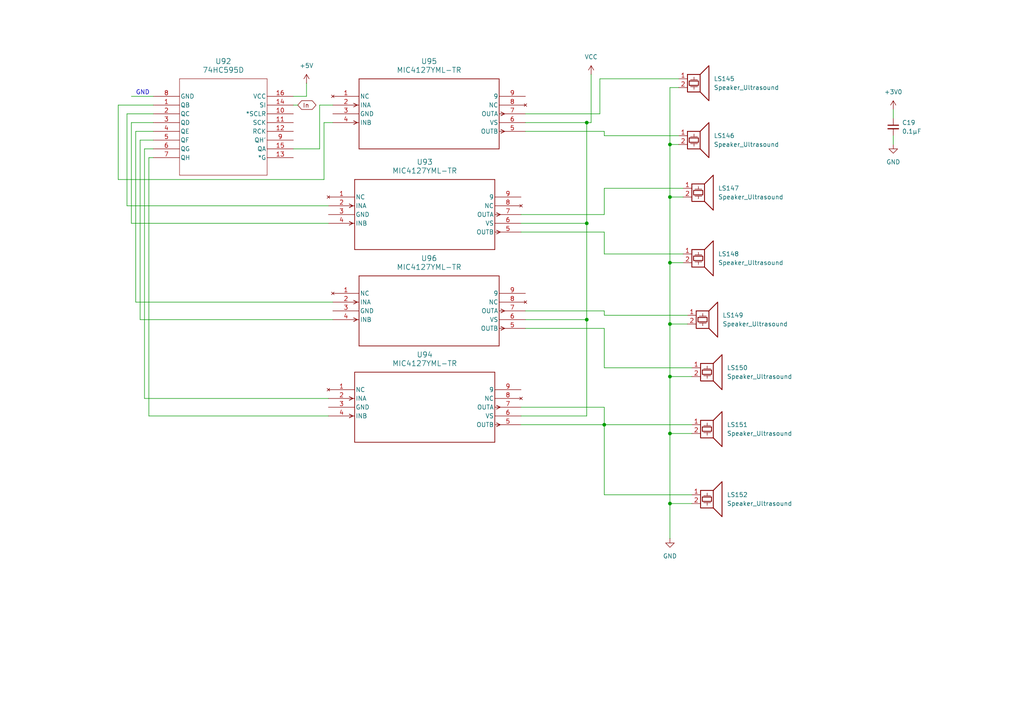
<source format=kicad_sch>
(kicad_sch (version 20250114) (generator "eeschema") (generator_version "9.0")
  (paper "A4")
  (lib_symbols
    (symbol "2025-12-28_09-02-17:MIC4127YML-TR" (pin_names (offset 0.254))
      (property "Reference" "U" (at 27.94 10.16 0))
      (property "Value" "MIC4127YML-TR" (at 27.94 7.62 0))
      (symbol "MIC4127YML-TR_0_1"
        (polyline (pts (xy 7.0993 -2.54) (xy 6.0579 -2.0193)) (stroke (width 0.2032)))
        (polyline (pts (xy 7.0993 -2.54) (xy 6.0579 -3.0607)) (stroke (width 0.2032)))
        (polyline (pts (xy 7.0993 -7.62) (xy 6.0579 -7.0993)) (stroke (width 0.2032)))
        (polyline (pts (xy 7.0993 -7.62) (xy 6.0579 -8.1407)) (stroke (width 0.2032)))
        (polyline (pts (xy 7.62 5.08) (xy 7.62 -15.24)) (stroke (width 0.2032)))
        (polyline (pts (xy 7.62 -15.24) (xy 48.26 -15.24)) (stroke (width 0.2032)))
        (polyline (pts (xy 48.26 5.08) (xy 7.62 5.08)) (stroke (width 0.2032)))
        (polyline (pts (xy 48.26 -15.24) (xy 48.26 5.08)) (stroke (width 0.2032)))
        (polyline (pts (xy 48.7807 -4.5593) (xy 49.8221 -5.08)) (stroke (width 0.2032)))
        (polyline (pts (xy 48.7807 -5.6007) (xy 49.8221 -5.08)) (stroke (width 0.2032)))
        (polyline (pts (xy 48.7807 -9.6393) (xy 49.8221 -10.16)) (stroke (width 0.2032)))
        (polyline (pts (xy 48.7807 -10.6807) (xy 49.8221 -10.16)) (stroke (width 0.2032)))
        (pin no_connect line (at 0 0 0) (length 7.62) (name "NC") (number "1"))
        (pin input line (at 0 -2.54 0) (length 7.62) (name "INA") (number "2"))
        (pin power_in line (at 0 -5.08 0) (length 7.62) (name "GND") (number "3"))
        (pin input line (at 0 -7.62 0) (length 7.62) (name "INB") (number "4"))
        (pin unspecified line (at 55.88 0 180) (length 7.62) (name "9") (number "9"))
        (pin no_connect line (at 55.88 -2.54 180) (length 7.62) (name "NC") (number "8"))
        (pin output line (at 55.88 -5.08 180) (length 7.62) (name "OUTA") (number "7"))
        (pin power_in line (at 55.88 -7.62 180) (length 7.62) (name "VS") (number "6"))
        (pin output line (at 55.88 -10.16 180) (length 7.62) (name "OUTB") (number "5"))
      )
    )
    (symbol "2025-12-28_09-22-42:74HC595D" (pin_names (offset 0.254))
      (property "Reference" "U" (at 20.32 10.16 0))
      (property "Value" "74HC595D" (at 20.32 7.62 0))
      (symbol "74HC595D_0_1"
        (polyline (pts (xy 7.62 5.08) (xy 7.62 -22.86)) (stroke (width 0.127)))
        (polyline (pts (xy 7.62 -22.86) (xy 33.02 -22.86)) (stroke (width 0.127)))
        (polyline (pts (xy 33.02 5.08) (xy 7.62 5.08)) (stroke (width 0.127)))
        (polyline (pts (xy 33.02 -22.86) (xy 33.02 5.08)) (stroke (width 0.127)))
        (pin power_out line (at 0 0 0) (length 7.62) (name "GND") (number "8"))
        (pin output line (at 0 -2.54 0) (length 7.62) (name "QB") (number "1"))
        (pin output line (at 0 -5.08 0) (length 7.62) (name "QC") (number "2"))
        (pin output line (at 0 -7.62 0) (length 7.62) (name "QD") (number "3"))
        (pin output line (at 0 -10.16 0) (length 7.62) (name "QE") (number "4"))
        (pin output line (at 0 -12.7 0) (length 7.62) (name "QF") (number "5"))
        (pin output line (at 0 -15.24 0) (length 7.62) (name "QG") (number "6"))
        (pin output line (at 0 -17.78 0) (length 7.62) (name "QH") (number "7"))
        (pin power_in line (at 40.64 0 180) (length 7.62) (name "VCC") (number "16"))
        (pin input line (at 40.64 -2.54 180) (length 7.62) (name "SI") (number "14"))
        (pin input line (at 40.64 -5.08 180) (length 7.62) (name "*SCLR") (number "10"))
        (pin input line (at 40.64 -7.62 180) (length 7.62) (name "SCK") (number "11"))
        (pin input line (at 40.64 -10.16 180) (length 7.62) (name "RCK") (number "12"))
        (pin output line (at 40.64 -12.7 180) (length 7.62) (name "QH'") (number "9"))
        (pin output line (at 40.64 -15.24 180) (length 7.62) (name "QA") (number "15"))
        (pin input line (at 40.64 -17.78 180) (length 7.62) (name "*G") (number "13"))
      )
    )
    (symbol "Device:C_Small" (pin_numbers (hide yes)) (pin_names (offset 0.254) (hide yes))
      (property "Reference" "C" (at 0.254 1.778 0))
      (property "Value" "C_Small" (at 0.254 -2.032 0))
      (symbol "C_Small_0_1"
        (polyline (pts (xy -1.524 0.508) (xy 1.524 0.508)) (stroke (width 0.3048)))
        (polyline (pts (xy -1.524 -0.508) (xy 1.524 -0.508)) (stroke (width 0.3302)))
      )
      (symbol "C_Small_1_1"
        (pin passive line (at 0 2.54 270) (length 2.032) (name "~") (number "1"))
        (pin passive line (at 0 -2.54 90) (length 2.032) (name "~") (number "2"))
      )
    )
    (symbol "Device:Speaker_Ultrasound" (pin_names (offset 0) (hide yes))
      (property "Reference" "LS" (at 0.635 5.715 0))
      (property "Value" "Speaker_Ultrasound" (at 0.635 3.81 0))
      (symbol "Speaker_Ultrasound_0_0"
        (rectangle (start -2.54 1.27) (end 1.143 -3.81) (stroke (width 0.254)))
        (rectangle (start -2.032 -0.635) (end 0.635 -1.905) (stroke (width 0.254)))
        (polyline (pts (xy -1.651 -0.254) (xy 0.381 -0.254)))
        (polyline (pts (xy -1.651 -2.286) (xy 0.381 -2.286)))
        (polyline (pts (xy -0.635 -0.254) (xy -0.635 0.508)))
        (polyline (pts (xy -0.635 -2.286) (xy -0.635 -3.048)))
        (polyline (pts (xy 1.143 1.27) (xy 3.683 3.81) (xy 3.683 -6.35) (xy 1.143 -3.81)) (stroke (width 0.254)))
      )
      (symbol "Speaker_Ultrasound_1_1"
        (pin input line (at -5.08 0 0) (length 2.54) (name "1") (number "1"))
        (pin input line (at -5.08 -2.54 0) (length 2.54) (name "2") (number "2"))
      )
    )
    (symbol "power:+3V0" (power) (pin_numbers (hide yes)) (pin_names (offset 0) (hide yes))
      (property "Value" "+3V0" (at 0 3.556 0))
      (symbol "+3V0_0_1"
        (polyline (pts (xy -0.762 1.27) (xy 0 2.54)))
        (polyline (pts (xy 0 2.54) (xy 0.762 1.27)))
        (polyline (pts (xy 0 0) (xy 0 2.54)))
      )
      (symbol "+3V0_1_1"
        (pin power_in line (at 0 0 90) (length 0) (name "~") (number "1"))
      )
    )
    (symbol "power:+5V" (power) (pin_numbers (hide yes)) (pin_names (offset 0) (hide yes))
      (property "Value" "+5V" (at 0 3.556 0))
      (symbol "+5V_0_1"
        (polyline (pts (xy -0.762 1.27) (xy 0 2.54)))
        (polyline (pts (xy 0 2.54) (xy 0.762 1.27)))
        (polyline (pts (xy 0 0) (xy 0 2.54)))
      )
      (symbol "+5V_1_1"
        (pin power_in line (at 0 0 90) (length 0) (name "~") (number "1"))
      )
    )
    (symbol "power:GND" (power) (pin_numbers (hide yes)) (pin_names (offset 0) (hide yes))
      (property "Value" "GND" (at 0 -3.81 0))
      (symbol "GND_0_1"
        (polyline (pts (xy 0 0) (xy 0 -1.27) (xy 1.27 -1.27) (xy 0 -2.54) (xy -1.27 -1.27) (xy 0 -1.27)))
      )
      (symbol "GND_1_1"
        (pin power_in line (at 0 0 270) (length 0) (name "~") (number "1"))
      )
    )
    (symbol "power:VCC" (power) (pin_numbers (hide yes)) (pin_names (offset 0) (hide yes))
      (property "Value" "VCC" (at 0 3.556 0))
      (symbol "VCC_0_1"
        (polyline (pts (xy -0.762 1.27) (xy 0 2.54)))
        (polyline (pts (xy 0 2.54) (xy 0.762 1.27)))
        (polyline (pts (xy 0 0) (xy 0 2.54)))
      )
      (symbol "VCC_1_1"
        (pin power_in line (at 0 0 90) (length 0) (name "~") (number "1"))
      )
    )
  )
  (text "GND" (at 41.402 26.924 0) (effects (font (size 1.27 1.27))))
  (junction (at 170.18 35.56))
  (junction (at 170.18 64.77))
  (junction (at 194.31 109.22))
  (junction (at 194.31 76.2))
  (junction (at 194.31 57.15))
  (junction (at 194.31 146.05))
  (junction (at 194.31 125.73))
  (junction (at 194.31 41.91))
  (junction (at 170.18 92.71))
  (junction (at 175.26 123.19))
  (junction (at 194.31 93.98))
  (wire (pts (xy 173.99 22.86) (xy 196.85 22.86)))
  (wire (pts (xy 85.09 43.18) (xy 92.71 43.18)))
  (wire (pts (xy 44.45 40.64) (xy 40.64 40.64)))
  (wire (pts (xy 175.26 67.31) (xy 175.26 73.66)))
  (wire (pts (xy 194.31 57.15) (xy 198.12 57.15)))
  (wire (pts (xy 41.91 43.18) (xy 41.91 115.57)))
  (wire (pts (xy 175.26 123.19) (xy 200.66 123.19)))
  (wire (pts (xy 170.18 64.77) (xy 170.18 92.71)))
  (wire (pts (xy 175.26 90.17) (xy 175.26 91.44)))
  (wire (pts (xy 194.31 25.4) (xy 194.31 41.91)))
  (wire (pts (xy 194.31 125.73) (xy 194.31 146.05)))
  (wire (pts (xy 93.98 52.07) (xy 93.98 35.56)))
  (wire (pts (xy 200.66 146.05) (xy 194.31 146.05)))
  (wire (pts (xy 40.64 92.71) (xy 96.52 92.71)))
  (wire (pts (xy 151.13 118.11) (xy 175.26 118.11)))
  (wire (pts (xy 43.18 45.72) (xy 43.18 120.65)))
  (wire (pts (xy 151.13 62.23) (xy 175.26 62.23)))
  (wire (pts (xy 194.31 76.2) (xy 198.12 76.2)))
  (wire (pts (xy 44.45 45.72) (xy 43.18 45.72)))
  (wire (pts (xy 34.29 30.48) (xy 34.29 52.07)))
  (wire (pts (xy 151.13 123.19) (xy 175.26 123.19)))
  (wire (pts (xy 152.4 38.1) (xy 175.26 38.1)))
  (wire (pts (xy 173.99 33.02) (xy 173.99 22.86)))
  (wire (pts (xy 196.85 25.4) (xy 194.31 25.4)))
  (wire (pts (xy 40.64 40.64) (xy 40.64 92.71)))
  (wire (pts (xy 170.18 35.56) (xy 170.18 64.77)))
  (wire (pts (xy 151.13 64.77) (xy 170.18 64.77)))
  (wire (pts (xy 175.26 106.68) (xy 200.66 106.68)))
  (wire (pts (xy 171.45 21.59) (xy 171.45 35.56)))
  (wire (pts (xy 175.26 91.44) (xy 199.39 91.44)))
  (wire (pts (xy 38.1 35.56) (xy 38.1 64.77)))
  (wire (pts (xy 175.26 54.61) (xy 198.12 54.61)))
  (wire (pts (xy 92.71 43.18) (xy 92.71 30.48)))
  (wire (pts (xy 175.26 95.25) (xy 175.26 106.68)))
  (wire (pts (xy 44.45 30.48) (xy 34.29 30.48)))
  (wire (pts (xy 194.31 109.22) (xy 194.31 125.73)))
  (wire (pts (xy 194.31 109.22) (xy 200.66 109.22)))
  (wire (pts (xy 259.08 31.75) (xy 259.08 34.29)))
  (wire (pts (xy 152.4 90.17) (xy 175.26 90.17)))
  (wire (pts (xy 194.31 76.2) (xy 194.31 93.98)))
  (wire (pts (xy 194.31 57.15) (xy 194.31 76.2)))
  (wire (pts (xy 259.08 39.37) (xy 259.08 41.91)))
  (wire (pts (xy 44.45 33.02) (xy 36.83 33.02)))
  (wire (pts (xy 93.98 35.56) (xy 96.52 35.56)))
  (wire (pts (xy 39.37 87.63) (xy 96.52 87.63)))
  (wire (pts (xy 170.18 92.71) (xy 170.18 120.65)))
  (wire (pts (xy 175.26 39.37) (xy 196.85 39.37)))
  (wire (pts (xy 85.09 30.48) (xy 86.36 30.48)))
  (wire (pts (xy 44.45 43.18) (xy 41.91 43.18)))
  (wire (pts (xy 194.31 41.91) (xy 194.31 57.15)))
  (wire (pts (xy 175.26 73.66) (xy 198.12 73.66)))
  (wire (pts (xy 152.4 95.25) (xy 175.26 95.25)))
  (wire (pts (xy 151.13 120.65) (xy 170.18 120.65)))
  (wire (pts (xy 44.45 38.1) (xy 39.37 38.1)))
  (wire (pts (xy 92.71 30.48) (xy 96.52 30.48)))
  (wire (pts (xy 152.4 33.02) (xy 173.99 33.02)))
  (wire (pts (xy 175.26 38.1) (xy 175.26 39.37)))
  (wire (pts (xy 43.18 120.65) (xy 95.25 120.65)))
  (wire (pts (xy 38.1 64.77) (xy 95.25 64.77)))
  (wire (pts (xy 39.37 38.1) (xy 39.37 87.63)))
  (wire (pts (xy 175.26 143.51) (xy 200.66 143.51)))
  (wire (pts (xy 175.26 118.11) (xy 175.26 123.19)))
  (wire (pts (xy 175.26 123.19) (xy 175.26 143.51)))
  (wire (pts (xy 44.45 35.56) (xy 38.1 35.56)))
  (wire (pts (xy 194.31 125.73) (xy 200.66 125.73)))
  (wire (pts (xy 85.09 27.94) (xy 88.9 27.94)))
  (wire (pts (xy 41.91 115.57) (xy 95.25 115.57)))
  (wire (pts (xy 194.31 93.98) (xy 194.31 109.22)))
  (wire (pts (xy 194.31 93.98) (xy 199.39 93.98)))
  (wire (pts (xy 151.13 67.31) (xy 175.26 67.31)))
  (wire (pts (xy 36.83 59.69) (xy 95.25 59.69)))
  (wire (pts (xy 38.1 27.94) (xy 44.45 27.94)))
  (wire (pts (xy 152.4 35.56) (xy 170.18 35.56)))
  (wire (pts (xy 152.4 92.71) (xy 170.18 92.71)))
  (wire (pts (xy 170.18 35.56) (xy 171.45 35.56)))
  (wire (pts (xy 34.29 52.07) (xy 93.98 52.07)))
  (wire (pts (xy 194.31 41.91) (xy 196.85 41.91)))
  (wire (pts (xy 88.9 24.13) (xy 88.9 27.94)))
  (wire (pts (xy 36.83 33.02) (xy 36.83 59.69)))
  (wire (pts (xy 175.26 62.23) (xy 175.26 54.61)))
  (wire (pts (xy 194.31 146.05) (xy 194.31 156.21)))
  (global_label "In" (shape bidirectional) (at 86.36 30.48 0) (property "Intersheetrefs" "${INTERSHEET_REFS}" (effects (hide yes))))
  (symbol (lib_id "Device:Speaker_Ultrasound") (at 203.2 73.66 0) (unit 1)
    (property "Reference" "LS148" (at 208.28 73.6599 0) (effects (justify left)))
    (property "Value" "Speaker_Ultrasound" (at 208.28 76.1999 0) (effects (justify left)))
    (property "Description" "Ultrasonic transducer" (effects (hide yes)))
  )
  (symbol (lib_id "Device:Speaker_Ultrasound") (at 201.93 22.86 0) (unit 1)
    (property "Reference" "LS145" (at 207.01 22.8599 0) (effects (justify left)))
    (property "Value" "Speaker_Ultrasound" (at 207.01 25.3999 0) (effects (justify left)))
    (property "Description" "Ultrasonic transducer" (effects (hide yes)))
  )
  (symbol (lib_id "power:+3V0") (at 259.08 31.75 0) (unit 1)
    (property "Reference" "#PWR094" (effects (hide yes)))
    (property "Value" "+3V0" (at 259.08 26.67 0))
    (property "Description" "Power symbol creates a global label with name \"+3V0\"" (effects (hide yes)))
  )
  (symbol (lib_id "power:GND") (at 259.08 41.91 0) (unit 1)
    (property "Reference" "#PWR095" (effects (hide yes)))
    (property "Value" "GND" (at 259.08 46.99 0))
    (property "Description" "Power symbol creates a global label with name \"GND\" , ground" (effects (hide yes)))
  )
  (symbol (lib_id "Device:Speaker_Ultrasound") (at 204.47 91.44 0) (unit 1)
    (property "Reference" "LS149" (at 209.55 91.4399 0) (effects (justify left)))
    (property "Value" "Speaker_Ultrasound" (at 209.55 93.9799 0) (effects (justify left)))
    (property "Description" "Ultrasonic transducer" (effects (hide yes)))
  )
  (symbol (lib_id "power:+5V") (at 88.9 24.13 0) (unit 1)
    (property "Reference" "#PWR091" (effects (hide yes)))
    (property "Value" "+5V" (at 88.9 19.05 0))
    (property "Description" "Power symbol creates a global label with name \"+5V\"" (effects (hide yes)))
  )
  (symbol (lib_id "Device:Speaker_Ultrasound") (at 201.93 39.37 0) (unit 1)
    (property "Reference" "LS146" (at 207.01 39.3699 0) (effects (justify left)))
    (property "Value" "Speaker_Ultrasound" (at 207.01 41.9099 0) (effects (justify left)))
    (property "Description" "Ultrasonic transducer" (effects (hide yes)))
  )
  (symbol (lib_id "Device:Speaker_Ultrasound") (at 205.74 143.51 0) (unit 1)
    (property "Reference" "LS152" (at 210.82 143.5099 0) (effects (justify left)))
    (property "Value" "Speaker_Ultrasound" (at 210.82 146.0499 0) (effects (justify left)))
    (property "Description" "Ultrasonic transducer" (effects (hide yes)))
  )
  (symbol (lib_id "2025-12-28_09-02-17:MIC4127YML-TR") (at 96.52 85.09 0) (unit 1)
    (property "Reference" "U96" (at 124.46 74.93 0) (effects (font (size 1.524 1.524))))
    (property "Value" "MIC4127YML-TR" (at 124.46 77.47 0) (effects (font (size 1.524 1.524))))
    (property "Footprint" "MLF-8_ML_MCH" (effects (hide yes)))
    (property "Datasheet" "MIC4127YML-TR" (effects (hide yes)))
  )
  (symbol (lib_id "power:VCC") (at 171.45 21.59 0) (unit 1)
    (property "Reference" "#PWR092" (effects (hide yes)))
    (property "Value" "VCC" (at 171.45 16.51 0))
    (property "Description" "Power symbol creates a global label with name \"VCC\"" (effects (hide yes)))
  )
  (symbol (lib_id "power:GND") (at 194.31 156.21 0) (unit 1)
    (property "Reference" "#PWR093" (effects (hide yes)))
    (property "Value" "GND" (at 194.31 161.29 0))
    (property "Description" "Power symbol creates a global label with name \"GND\" , ground" (effects (hide yes)))
  )
  (symbol (lib_id "2025-12-28_09-02-17:MIC4127YML-TR") (at 95.25 57.15 0) (unit 1)
    (property "Reference" "U93" (at 123.19 46.99 0) (effects (font (size 1.524 1.524))))
    (property "Value" "MIC4127YML-TR" (at 123.19 49.53 0) (effects (font (size 1.524 1.524))))
    (property "Footprint" "MLF-8_ML_MCH" (effects (hide yes)))
    (property "Datasheet" "MIC4127YML-TR" (effects (hide yes)))
  )
  (symbol (lib_id "Device:Speaker_Ultrasound") (at 205.74 123.19 0) (unit 1)
    (property "Reference" "LS151" (at 210.82 123.1899 0) (effects (justify left)))
    (property "Value" "Speaker_Ultrasound" (at 210.82 125.7299 0) (effects (justify left)))
    (property "Description" "Ultrasonic transducer" (effects (hide yes)))
  )
  (symbol (lib_id "Device:Speaker_Ultrasound") (at 205.74 106.68 0) (unit 1)
    (property "Reference" "LS150" (at 210.82 106.6799 0) (effects (justify left)))
    (property "Value" "Speaker_Ultrasound" (at 210.82 109.2199 0) (effects (justify left)))
    (property "Description" "Ultrasonic transducer" (effects (hide yes)))
  )
  (symbol (lib_id "Device:Speaker_Ultrasound") (at 203.2 54.61 0) (unit 1)
    (property "Reference" "LS147" (at 208.28 54.6099 0) (effects (justify left)))
    (property "Value" "Speaker_Ultrasound" (at 208.28 57.1499 0) (effects (justify left)))
    (property "Description" "Ultrasonic transducer" (effects (hide yes)))
  )
  (symbol (lib_id "2025-12-28_09-02-17:MIC4127YML-TR") (at 95.25 113.03 0) (unit 1)
    (property "Reference" "U94" (at 123.19 102.87 0) (effects (font (size 1.524 1.524))))
    (property "Value" "MIC4127YML-TR" (at 123.19 105.41 0) (effects (font (size 1.524 1.524))))
    (property "Footprint" "MLF-8_ML_MCH" (effects (hide yes)))
    (property "Datasheet" "MIC4127YML-TR" (effects (hide yes)))
  )
  (symbol (lib_id "2025-12-28_09-02-17:MIC4127YML-TR") (at 96.52 27.94 0) (unit 1)
    (property "Reference" "U95" (at 124.46 17.78 0) (effects (font (size 1.524 1.524))))
    (property "Value" "MIC4127YML-TR" (at 124.46 20.32 0) (effects (font (size 1.524 1.524))))
    (property "Footprint" "MLF-8_ML_MCH" (effects (hide yes)))
    (property "Datasheet" "MIC4127YML-TR" (effects (hide yes)))
  )
  (symbol (lib_id "2025-12-28_09-22-42:74HC595D") (at 44.45 27.94 0) (unit 1)
    (property "Reference" "U92" (at 64.77 17.78 0) (effects (font (size 1.524 1.524))))
    (property "Value" "74HC595D" (at 64.77 20.32 0) (effects (font (size 1.524 1.524))))
    (property "Footprint" "SOIC16_TOS" (effects (hide yes)))
    (property "Datasheet" "https://toshiba.semicon-storage.com/info/docget.jsp?did=36768&prodName=74HC595D" (effects (hide yes)))
  )
  (symbol (lib_id "Device:C_Small") (at 259.08 36.83 0) (unit 1)
    (property "Reference" "C19" (at 261.62 35.5662 0) (effects (justify left)))
    (property "Value" "0.1μF" (at 261.62 38.1062 0) (effects (justify left)))
    (property "Description" "Unpolarized capacitor, small symbol" (effects (hide yes)))
  )
)
</source>
